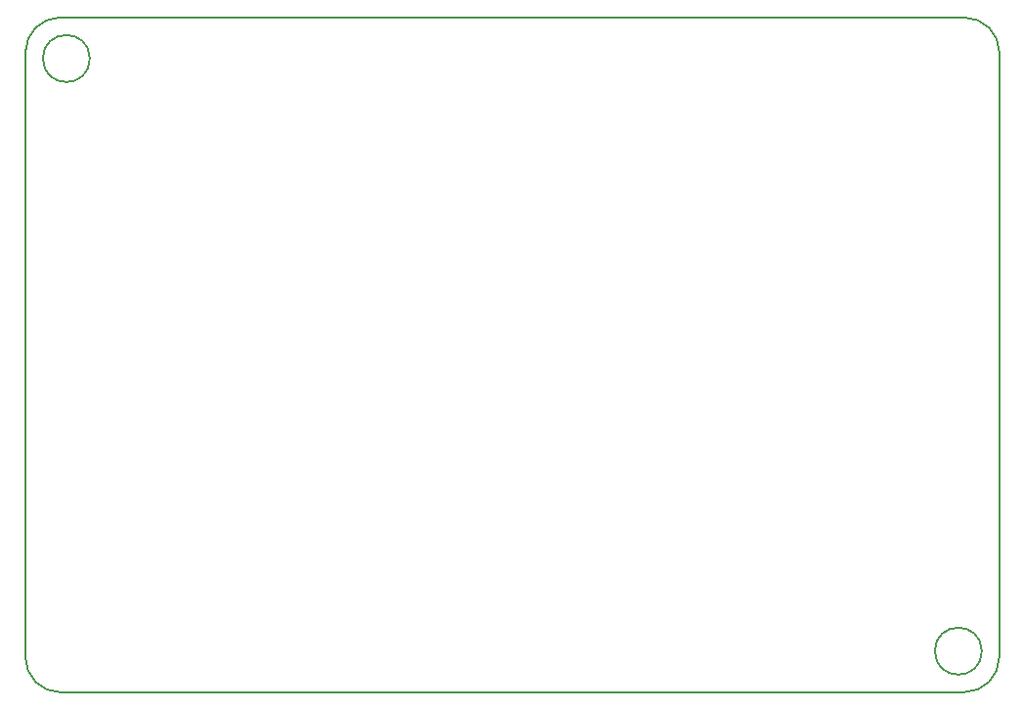
<source format=gbr>
G04 #@! TF.FileFunction,Profile,NP*
%FSLAX46Y46*%
G04 Gerber Fmt 4.6, Leading zero omitted, Abs format (unit mm)*
G04 Created by KiCad (PCBNEW 4.0.7) date 06/25/19 19:36:16*
%MOMM*%
%LPD*%
G01*
G04 APERTURE LIST*
%ADD10C,0.100000*%
%ADD11C,0.150000*%
G04 APERTURE END LIST*
D10*
D11*
X108204000Y-80772000D02*
G75*
G03X108204000Y-80772000I-2032000J0D01*
G01*
X185420000Y-132080000D02*
G75*
G03X185420000Y-132080000I-2032000J0D01*
G01*
X185420000Y-132080000D02*
G75*
G03X185420000Y-132080000I-2032000J0D01*
G01*
X186944000Y-132588000D02*
X186944000Y-80264000D01*
X105664000Y-135636000D02*
X183896000Y-135636000D01*
X102616000Y-80264000D02*
X102616000Y-132588000D01*
X183896000Y-77216000D02*
X105664000Y-77216000D01*
X186944000Y-80264000D02*
G75*
G03X183896000Y-77216000I-3048000J0D01*
G01*
X183896000Y-135636000D02*
G75*
G03X186944000Y-132588000I0J3048000D01*
G01*
X102616000Y-132588000D02*
G75*
G03X105664000Y-135636000I3048000J0D01*
G01*
X105664000Y-77216000D02*
G75*
G03X102616000Y-80264000I0J-3048000D01*
G01*
M02*

</source>
